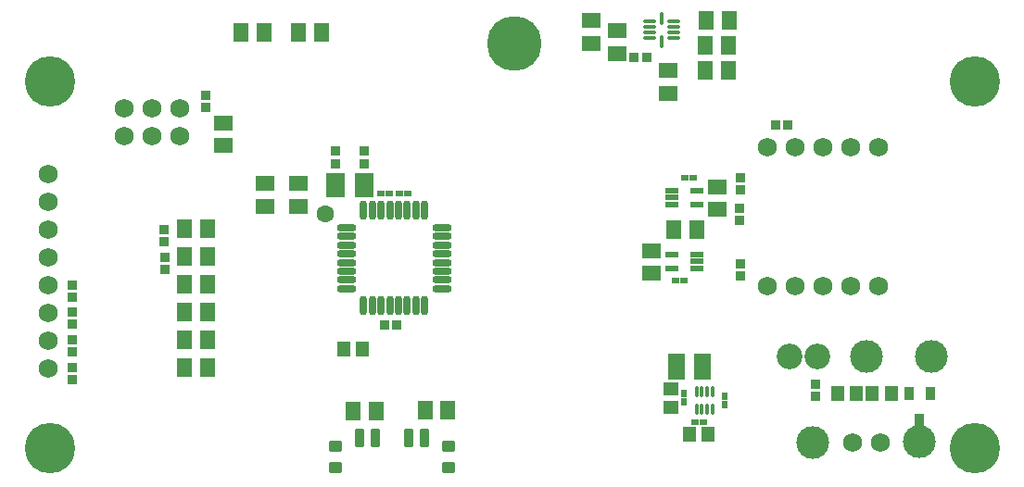
<source format=gbr>
%TF.GenerationSoftware,Altium Limited,Altium Designer,18.1.7 (191)*%
G04 Layer_Color=8388736*
%FSLAX26Y26*%
%MOIN*%
%TF.FileFunction,Soldermask,Top*%
%TF.Part,Single*%
G01*
G75*
%TA.AperFunction,SMDPad,CuDef*%
%ADD57R,0.055244X0.065087*%
%ADD58R,0.065087X0.055244*%
%ADD59R,0.035559X0.035559*%
%TA.AperFunction,ComponentPad*%
%ADD62C,0.118000*%
%ADD63C,0.068000*%
%TA.AperFunction,ViaPad*%
%ADD64C,0.196850*%
%TA.AperFunction,ComponentPad*%
%ADD65C,0.092016*%
%TA.AperFunction,ViaPad*%
%ADD66C,0.181228*%
%ADD67C,0.063118*%
%TA.AperFunction,SMDPad,CuDef*%
%ADD70R,0.034646X0.036221*%
%ADD71R,0.035559X0.035559*%
%ADD72R,0.051307X0.055244*%
%ADD73O,0.027559X0.070866*%
%ADD74O,0.070866X0.027559*%
%ADD75R,0.023622X0.025197*%
%ADD76R,0.036221X0.034646*%
%ADD77R,0.025197X0.023622*%
%ADD78O,0.013780X0.041339*%
%ADD79R,0.060236X0.095276*%
%ADD80R,0.037528X0.051307*%
%TA.AperFunction,ConnectorPad*%
G04:AMPARAMS|DCode=81|XSize=47.37mil|YSize=39.496mil|CornerRadius=7.15mil|HoleSize=0mil|Usage=FLASHONLY|Rotation=0.000|XOffset=0mil|YOffset=0mil|HoleType=Round|Shape=RoundedRectangle|*
%AMROUNDEDRECTD81*
21,1,0.047370,0.025197,0,0,0.0*
21,1,0.033071,0.039496,0,0,0.0*
1,1,0.014299,0.016535,-0.012598*
1,1,0.014299,-0.016535,-0.012598*
1,1,0.014299,-0.016535,0.012598*
1,1,0.014299,0.016535,0.012598*
%
%ADD81ROUNDEDRECTD81*%
G04:AMPARAMS|DCode=82|XSize=35.559mil|YSize=67.055mil|CornerRadius=6.756mil|HoleSize=0mil|Usage=FLASHONLY|Rotation=0.000|XOffset=0mil|YOffset=0mil|HoleType=Round|Shape=RoundedRectangle|*
%AMROUNDEDRECTD82*
21,1,0.035559,0.053543,0,0,0.0*
21,1,0.022047,0.067055,0,0,0.0*
1,1,0.013512,0.011024,-0.026772*
1,1,0.013512,-0.011024,-0.026772*
1,1,0.013512,-0.011024,0.026772*
1,1,0.013512,0.011024,0.026772*
%
%ADD82ROUNDEDRECTD82*%
%TA.AperFunction,BGAPad,CuDef*%
%ADD83C,0.068000*%
%TA.AperFunction,SMDPad,CuDef*%
%ADD84R,0.049339X0.023748*%
%ADD85R,0.055244X0.051307*%
%ADD86O,0.013780X0.047244*%
%ADD87O,0.047244X0.013780*%
%ADD88R,0.067055X0.086740*%
D57*
X2425118Y884134D02*
D03*
X2342441D02*
D03*
X2459252Y1639331D02*
D03*
X2541929D02*
D03*
X2458268Y1547638D02*
D03*
X2540945D02*
D03*
X2458268Y1457913D02*
D03*
X2540945D02*
D03*
X1448937Y234882D02*
D03*
X1531614D02*
D03*
X1189606Y230000D02*
D03*
X1272284D02*
D03*
X583323Y388000D02*
D03*
X666000D02*
D03*
X583323Y488000D02*
D03*
X666000D02*
D03*
X583323Y588000D02*
D03*
X666000D02*
D03*
X583323Y688000D02*
D03*
X666000D02*
D03*
X583323Y788000D02*
D03*
X666000D02*
D03*
X583323Y888000D02*
D03*
X666000D02*
D03*
X871024Y1595000D02*
D03*
X788346D02*
D03*
X994532Y1595236D02*
D03*
X1077209D02*
D03*
D58*
X2047835Y1637323D02*
D03*
Y1554646D02*
D03*
X722685Y1269339D02*
D03*
Y1186661D02*
D03*
X2500787Y956896D02*
D03*
Y1039573D02*
D03*
X2263685Y809339D02*
D03*
Y726661D02*
D03*
X2324134Y1373780D02*
D03*
Y1456457D02*
D03*
X2140590Y1517559D02*
D03*
Y1600236D02*
D03*
X873110Y968136D02*
D03*
Y1050813D02*
D03*
X993685Y968661D02*
D03*
Y1051339D02*
D03*
D59*
X2583150Y1029764D02*
D03*
Y1073071D02*
D03*
X661685Y1323346D02*
D03*
Y1366653D02*
D03*
X179685Y586654D02*
D03*
Y543346D02*
D03*
Y486654D02*
D03*
Y443346D02*
D03*
Y386654D02*
D03*
Y343346D02*
D03*
Y685047D02*
D03*
Y641740D02*
D03*
X512402Y786102D02*
D03*
Y742795D02*
D03*
X511575Y886339D02*
D03*
Y843032D02*
D03*
X2580685Y919346D02*
D03*
Y962654D02*
D03*
X2584685Y718857D02*
D03*
Y762164D02*
D03*
X2854685Y329551D02*
D03*
Y286244D02*
D03*
D62*
X3035590Y427087D02*
D03*
X3268661D02*
D03*
X2842874Y117835D02*
D03*
X3228346Y120079D02*
D03*
D63*
X2986496Y118937D02*
D03*
X3086496D02*
D03*
X93685Y386000D02*
D03*
Y486000D02*
D03*
Y586000D02*
D03*
Y686000D02*
D03*
Y1086000D02*
D03*
Y986000D02*
D03*
Y886000D02*
D03*
Y786000D02*
D03*
X566685Y1323000D02*
D03*
X466685D02*
D03*
X366685D02*
D03*
Y1223000D02*
D03*
X466685D02*
D03*
X566685D02*
D03*
D64*
X1771653Y1555118D02*
D03*
D65*
X2758504Y427087D02*
D03*
X2858504D02*
D03*
D66*
X98425Y98425D02*
D03*
Y1417323D02*
D03*
X3425197D02*
D03*
Y98425D02*
D03*
D67*
X1089685Y940000D02*
D03*
D70*
X2201220Y1503740D02*
D03*
X2246102D02*
D03*
X1348126Y542000D02*
D03*
X1303244D02*
D03*
D71*
X2752338Y1262000D02*
D03*
X2709031D02*
D03*
D72*
X2932677Y294882D02*
D03*
X2999606D02*
D03*
X1223149Y455264D02*
D03*
X1156220D02*
D03*
X2466150Y147127D02*
D03*
X2399220D02*
D03*
X3058189Y294488D02*
D03*
X3125118D02*
D03*
D73*
X1447921Y953260D02*
D03*
X1416425D02*
D03*
X1384929D02*
D03*
X1353433D02*
D03*
X1321937D02*
D03*
X1290441D02*
D03*
X1258945D02*
D03*
X1227449D02*
D03*
Y610740D02*
D03*
X1258945D02*
D03*
X1290441D02*
D03*
X1321937D02*
D03*
X1353433D02*
D03*
X1384929D02*
D03*
X1416425D02*
D03*
X1447921D02*
D03*
D74*
X1166425Y892236D02*
D03*
Y860740D02*
D03*
Y829244D02*
D03*
Y797748D02*
D03*
Y766252D02*
D03*
Y734756D02*
D03*
Y703260D02*
D03*
Y671764D02*
D03*
X1508945D02*
D03*
Y703260D02*
D03*
Y734756D02*
D03*
Y766252D02*
D03*
Y797748D02*
D03*
Y829244D02*
D03*
Y860740D02*
D03*
Y892236D02*
D03*
D75*
X2527685Y286115D02*
D03*
Y255406D02*
D03*
X2381039Y264173D02*
D03*
Y294882D02*
D03*
D76*
X1126257Y1122000D02*
D03*
Y1166882D02*
D03*
X1228619Y1122000D02*
D03*
Y1166882D02*
D03*
D77*
X2381039Y700000D02*
D03*
X2350331D02*
D03*
X2414039Y1071000D02*
D03*
X2383331D02*
D03*
X2419331Y193000D02*
D03*
X2450039D02*
D03*
X1386039Y1014504D02*
D03*
X1355331D02*
D03*
X1320685D02*
D03*
X1289976D02*
D03*
D78*
X2425157Y237716D02*
D03*
X2444842D02*
D03*
X2464528D02*
D03*
X2484213D02*
D03*
X2425157Y302283D02*
D03*
X2444842D02*
D03*
X2464528D02*
D03*
X2484213D02*
D03*
D79*
X2445992Y393000D02*
D03*
X2352685D02*
D03*
D80*
X3228346Y196850D02*
D03*
X3190945Y295276D02*
D03*
X3265748D02*
D03*
D81*
X1532913Y105512D02*
D03*
Y26772D02*
D03*
X1127401D02*
D03*
Y105512D02*
D03*
D82*
X1448268Y135039D02*
D03*
X1389213D02*
D03*
X1271102D02*
D03*
X1212047D02*
D03*
D83*
X2779685Y1180000D02*
D03*
X2879685D02*
D03*
X2979685D02*
D03*
X3079685D02*
D03*
X2879685Y680000D02*
D03*
X2779685D02*
D03*
X2679685D02*
D03*
Y1180000D02*
D03*
X2979685Y680000D02*
D03*
X3079685D02*
D03*
D84*
X2337079Y1025591D02*
D03*
Y1000000D02*
D03*
Y974409D02*
D03*
X2425662D02*
D03*
Y1025591D02*
D03*
X2425661Y744409D02*
D03*
Y770000D02*
D03*
Y795591D02*
D03*
X2337079D02*
D03*
Y744409D02*
D03*
D85*
X2333000Y310961D02*
D03*
Y244032D02*
D03*
D86*
X2300472Y1646000D02*
D03*
Y1561354D02*
D03*
D87*
X2342795Y1633205D02*
D03*
Y1613520D02*
D03*
Y1593835D02*
D03*
Y1574150D02*
D03*
X2258150D02*
D03*
Y1593835D02*
D03*
Y1613520D02*
D03*
Y1633205D02*
D03*
D88*
X1228619Y1045000D02*
D03*
X1126257D02*
D03*
%TF.MD5,35f7e79227212b3ad0c300964be97a05*%
M02*

</source>
